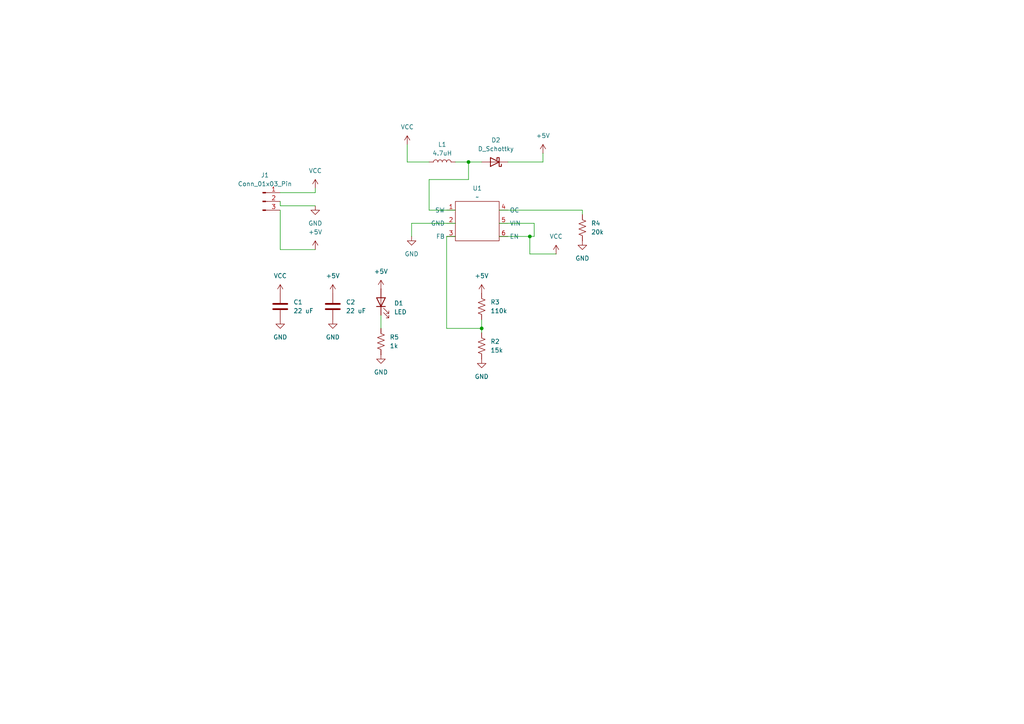
<source format=kicad_sch>
(kicad_sch (version 20250114) (generator "eeschema") (generator_version "9.0")
  (paper "A4")
  (lib_symbols
    (symbol "Connector:Conn_01x03_Pin" (pin_names (offset 1.016) (hide yes))
      (property "Reference" "J" (at 0 5.08 0))
      (property "Value" "Conn_01x03_Pin" (at 0 -5.08 0))
      (symbol "Conn_01x03_Pin_1_1"
        (rectangle (start 0.8636 2.667) (end 0 2.413) (stroke (width 0.1524)) (fill (type outline)))
        (rectangle (start 0.8636 0.127) (end 0 -0.127) (stroke (width 0.1524)) (fill (type outline)))
        (rectangle (start 0.8636 -2.413) (end 0 -2.667) (stroke (width 0.1524)) (fill (type outline)))
        (polyline (pts (xy 1.27 2.54) (xy 0.8636 2.54)) (stroke (width 0.1524)))
        (polyline (pts (xy 1.27 0) (xy 0.8636 0)) (stroke (width 0.1524)))
        (polyline (pts (xy 1.27 -2.54) (xy 0.8636 -2.54)) (stroke (width 0.1524)))
        (pin passive line (at 5.08 2.54 180) (length 3.81) (name "Pin_1") (number "1"))
        (pin passive line (at 5.08 0 180) (length 3.81) (name "Pin_2") (number "2"))
        (pin passive line (at 5.08 -2.54 180) (length 3.81) (name "Pin_3") (number "3"))
      )
    )
    (symbol "Device:C" (pin_numbers (hide yes)) (pin_names (offset 0.254))
      (property "Reference" "C" (at 0.635 2.54 0))
      (property "Value" "C" (at 0.635 -2.54 0))
      (symbol "C_0_1"
        (polyline (pts (xy -2.032 0.762) (xy 2.032 0.762)) (stroke (width 0.508)))
        (polyline (pts (xy -2.032 -0.762) (xy 2.032 -0.762)) (stroke (width 0.508)))
      )
      (symbol "C_1_1"
        (pin passive line (at 0 3.81 270) (length 2.794) (name "~") (number "1"))
        (pin passive line (at 0 -3.81 90) (length 2.794) (name "~") (number "2"))
      )
    )
    (symbol "Device:D_Schottky" (pin_numbers (hide yes)) (pin_names (offset 1.016) (hide yes))
      (property "Reference" "D" (at 0 2.54 0))
      (property "Value" "D_Schottky" (at 0 -2.54 0))
      (symbol "D_Schottky_0_1"
        (polyline (pts (xy -1.905 0.635) (xy -1.905 1.27) (xy -1.27 1.27) (xy -1.27 -1.27) (xy -0.635 -1.27) (xy -0.635 -0.635)) (stroke (width 0.254)))
        (polyline (pts (xy 1.27 1.27) (xy 1.27 -1.27) (xy -1.27 0) (xy 1.27 1.27)) (stroke (width 0.254)))
        (polyline (pts (xy 1.27 0) (xy -1.27 0)))
      )
      (symbol "D_Schottky_1_1"
        (pin passive line (at -3.81 0 0) (length 2.54) (name "K") (number "1"))
        (pin passive line (at 3.81 0 180) (length 2.54) (name "A") (number "2"))
      )
    )
    (symbol "Device:L" (pin_numbers (hide yes)) (pin_names (offset 1.016) (hide yes))
      (property "Reference" "L" (at -1.27 0 90))
      (property "Value" "L" (at 1.905 0 90))
      (symbol "L_0_1"
        (arc (start 0 2.54) (mid 0.6323 1.905) (end 0 1.27))
        (arc (start 0 1.27) (mid 0.6323 0.635) (end 0 0))
        (arc (start 0 0) (mid 0.6323 -0.635) (end 0 -1.27))
        (arc (start 0 -1.27) (mid 0.6323 -1.905) (end 0 -2.54))
      )
      (symbol "L_1_1"
        (pin passive line (at 0 3.81 270) (length 1.27) (name "1") (number "1"))
        (pin passive line (at 0 -3.81 90) (length 1.27) (name "2") (number "2"))
      )
    )
    (symbol "Device:LED" (pin_numbers (hide yes)) (pin_names (offset 1.016) (hide yes))
      (property "Reference" "D" (at 0 2.54 0))
      (property "Value" "LED" (at 0 -2.54 0))
      (symbol "LED_0_1"
        (polyline (pts (xy -3.048 -0.762) (xy -4.572 -2.286) (xy -3.81 -2.286) (xy -4.572 -2.286) (xy -4.572 -1.524)))
        (polyline (pts (xy -1.778 -0.762) (xy -3.302 -2.286) (xy -2.54 -2.286) (xy -3.302 -2.286) (xy -3.302 -1.524)))
        (polyline (pts (xy -1.27 0) (xy 1.27 0)))
        (polyline (pts (xy -1.27 -1.27) (xy -1.27 1.27)) (stroke (width 0.254)))
        (polyline (pts (xy 1.27 -1.27) (xy 1.27 1.27) (xy -1.27 0) (xy 1.27 -1.27)) (stroke (width 0.254)))
      )
      (symbol "LED_1_1"
        (pin passive line (at -3.81 0 0) (length 2.54) (name "K") (number "1"))
        (pin passive line (at 3.81 0 180) (length 2.54) (name "A") (number "2"))
      )
    )
    (symbol "Device:R_US" (pin_numbers (hide yes)) (pin_names (offset 0))
      (property "Reference" "R" (at 2.54 0 90))
      (property "Value" "R_US" (at -2.54 0 90))
      (symbol "R_US_0_1"
        (polyline (pts (xy 0 2.286) (xy 0 2.54)))
        (polyline (pts (xy 0 2.286) (xy 1.016 1.905) (xy 0 1.524) (xy -1.016 1.143) (xy 0 0.762)))
        (polyline (pts (xy 0 0.762) (xy 1.016 0.381) (xy 0 0) (xy -1.016 -0.381) (xy 0 -0.762)))
        (polyline (pts (xy 0 -0.762) (xy 1.016 -1.143) (xy 0 -1.524) (xy -1.016 -1.905) (xy 0 -2.286)))
        (polyline (pts (xy 0 -2.286) (xy 0 -2.54)))
      )
      (symbol "R_US_1_1"
        (pin passive line (at 0 3.81 270) (length 1.27) (name "~") (number "1"))
        (pin passive line (at 0 -3.81 90) (length 1.27) (name "~") (number "2"))
      )
    )
    (symbol "Device:Step_Up_Converter"
      (property "Reference" "U" (at 0 0 0))
      (symbol "Step_Up_Converter_0_1"
        (rectangle (start -12.7 19.05) (end 0 7.62))
      )
      (symbol "Step_Up_Converter_1_1"
        (pin output line (at -12.7 16.51 180) (length 2.54) (name "SW") (number "1"))
        (pin input line (at -12.7 12.7 180) (length 2.54) (name "GND") (number "2"))
        (pin input line (at -12.7 8.89 180) (length 2.54) (name "FB") (number "3"))
        (pin input line (at 0 16.51 0) (length 2.54) (name "OC") (number "4"))
        (pin input line (at 0 12.7 0) (length 2.54) (name "VIN") (number "5"))
        (pin input line (at 0 8.89 0) (length 2.54) (name "EN") (number "6"))
      )
    )
    (symbol "power:+5V" (power) (pin_numbers (hide yes)) (pin_names (offset 0) (hide yes))
      (property "Value" "+5V" (at 0 3.556 0))
      (symbol "+5V_0_1"
        (polyline (pts (xy -0.762 1.27) (xy 0 2.54)))
        (polyline (pts (xy 0 2.54) (xy 0.762 1.27)))
        (polyline (pts (xy 0 0) (xy 0 2.54)))
      )
      (symbol "+5V_1_1"
        (pin power_in line (at 0 0 90) (length 0) (name "~") (number "1"))
      )
    )
    (symbol "power:GND" (power) (pin_numbers (hide yes)) (pin_names (offset 0) (hide yes))
      (property "Value" "GND" (at 0 -3.81 0))
      (symbol "GND_0_1"
        (polyline (pts (xy 0 0) (xy 0 -1.27) (xy 1.27 -1.27) (xy 0 -2.54) (xy -1.27 -1.27) (xy 0 -1.27)))
      )
      (symbol "GND_1_1"
        (pin power_in line (at 0 0 270) (length 0) (name "~") (number "1"))
      )
    )
    (symbol "power:VCC" (power) (pin_numbers (hide yes)) (pin_names (offset 0) (hide yes))
      (property "Value" "VCC" (at 0 3.556 0))
      (symbol "VCC_0_1"
        (polyline (pts (xy -0.762 1.27) (xy 0 2.54)))
        (polyline (pts (xy 0 2.54) (xy 0.762 1.27)))
        (polyline (pts (xy 0 0) (xy 0 2.54)))
      )
      (symbol "VCC_1_1"
        (pin power_in line (at 0 0 90) (length 0) (name "~") (number "1"))
      )
    )
  )
  (junction (at 139.7 95.25))
  (junction (at 153.67 68.58))
  (junction (at 135.89 46.99))
  (wire (pts (xy 168.91 60.96) (xy 168.91 62.23)))
  (wire (pts (xy 139.7 95.25) (xy 139.7 96.52)))
  (wire (pts (xy 144.78 60.96) (xy 168.91 60.96)))
  (wire (pts (xy 91.44 59.69) (xy 81.28 59.69)))
  (wire (pts (xy 154.94 64.77) (xy 154.94 68.58)))
  (wire (pts (xy 91.44 54.61) (xy 91.44 55.88)))
  (wire (pts (xy 132.08 60.96) (xy 124.46 60.96)))
  (wire (pts (xy 132.08 46.99) (xy 135.89 46.99)))
  (wire (pts (xy 81.28 59.69) (xy 81.28 58.42)))
  (wire (pts (xy 91.44 55.88) (xy 81.28 55.88)))
  (wire (pts (xy 118.11 41.91) (xy 118.11 46.99)))
  (wire (pts (xy 139.7 92.71) (xy 139.7 95.25)))
  (wire (pts (xy 154.94 68.58) (xy 153.67 68.58)))
  (wire (pts (xy 81.28 72.39) (xy 91.44 72.39)))
  (wire (pts (xy 153.67 73.66) (xy 161.29 73.66)))
  (wire (pts (xy 81.28 60.96) (xy 81.28 72.39)))
  (wire (pts (xy 135.89 52.07) (xy 135.89 46.99)))
  (wire (pts (xy 110.49 91.44) (xy 110.49 95.25)))
  (wire (pts (xy 124.46 52.07) (xy 135.89 52.07)))
  (wire (pts (xy 118.11 46.99) (xy 124.46 46.99)))
  (wire (pts (xy 157.48 46.99) (xy 157.48 44.45)))
  (wire (pts (xy 144.78 64.77) (xy 154.94 64.77)))
  (wire (pts (xy 124.46 60.96) (xy 124.46 52.07)))
  (wire (pts (xy 119.38 64.77) (xy 132.08 64.77)))
  (wire (pts (xy 135.89 46.99) (xy 139.7 46.99)))
  (wire (pts (xy 129.54 95.25) (xy 139.7 95.25)))
  (wire (pts (xy 144.78 68.58) (xy 153.67 68.58)))
  (wire (pts (xy 129.54 68.58) (xy 132.08 68.58)))
  (wire (pts (xy 153.67 73.66) (xy 153.67 68.58)))
  (wire (pts (xy 129.54 68.58) (xy 129.54 95.25)))
  (wire (pts (xy 119.38 68.58) (xy 119.38 64.77)))
  (wire (pts (xy 147.32 46.99) (xy 157.48 46.99)))
  (symbol (lib_id "power:+5V") (at 139.7 85.09 0) (unit 1)
    (property "Reference" "#PWR03" (effects (hide yes)))
    (property "Value" "+5V" (at 139.7 80.01 0))
    (property "Description" "Power symbol creates a global label with name \"+5V\"" (effects (hide yes)))
  )
  (symbol (lib_id "power:+5V") (at 91.44 72.39 0) (unit 1)
    (property "Reference" "#PWR013" (effects (hide yes)))
    (property "Value" "+5V" (at 91.44 67.31 0))
    (property "Description" "Power symbol creates a global label with name \"+5V\"" (effects (hide yes)))
  )
  (symbol (lib_id "power:+5V") (at 96.52 85.09 0) (unit 1)
    (property "Reference" "#PWR09" (effects (hide yes)))
    (property "Value" "+5V" (at 96.52 80.01 0))
    (property "Description" "Power symbol creates a global label with name \"+5V\"" (effects (hide yes)))
  )
  (symbol (lib_id "power:GND") (at 139.7 104.14 0) (unit 1)
    (property "Reference" "#PWR01" (effects (hide yes)))
    (property "Value" "GND" (at 139.7 109.22 0))
    (property "Description" "Power symbol creates a global label with name \"GND\" , ground" (effects (hide yes)))
  )
  (symbol (lib_id "power:GND") (at 110.49 102.87 0) (unit 1)
    (property "Reference" "#PWR06" (effects (hide yes)))
    (property "Value" "GND" (at 110.49 107.95 0))
    (property "Description" "Power symbol creates a global label with name \"GND\" , ground" (effects (hide yes)))
  )
  (symbol (lib_id "power:GND") (at 119.38 68.58 0) (unit 1)
    (property "Reference" "#PWR02" (effects (hide yes)))
    (property "Value" "GND" (at 119.38 73.66 0))
    (property "Description" "Power symbol creates a global label with name \"GND\" , ground" (effects (hide yes)))
  )
  (symbol (lib_id "Device:R_US") (at 139.7 100.33 0) (unit 1)
    (property "Reference" "R2" (at 142.24 99.0599 0) (effects (justify left)))
    (property "Value" "15k" (at 142.24 101.5999 0) (effects (justify left)))
    (property "Footprint" "Resistor_THT:R_Axial_DIN0204_L3.6mm_D1.6mm_P1.90mm_Vertical" (effects (hide yes)))
    (property "Description" "Resistor, US symbol" (effects (hide yes)))
  )
  (symbol (lib_id "Device:R_US") (at 110.49 99.06 0) (unit 1)
    (property "Reference" "R5" (at 113.03 97.7899 0) (effects (justify left)))
    (property "Value" "1k" (at 113.03 100.3299 0) (effects (justify left)))
    (property "Footprint" "Resistor_THT:R_Axial_DIN0204_L3.6mm_D1.6mm_P1.90mm_Vertical" (effects (hide yes)))
    (property "Description" "Resistor, US symbol" (effects (hide yes)))
  )
  (symbol (lib_id "Device:Step_Up_Converter") (at 144.78 77.47 0) (unit 1)
    (property "Reference" "U1" (at 138.43 54.61 0))
    (property "Value" "~" (at 138.43 57.15 0))
    (property "Footprint" "Package_TO_SOT_SMD:SOT-23-6" (effects (hide yes)))
  )
  (symbol (lib_id "power:GND") (at 81.28 92.71 0) (unit 1)
    (property "Reference" "#PWR010" (effects (hide yes)))
    (property "Value" "GND" (at 81.28 97.79 0))
    (property "Description" "Power symbol creates a global label with name \"GND\" , ground" (effects (hide yes)))
  )
  (symbol (lib_id "power:VCC") (at 118.11 41.91 0) (unit 1)
    (property "Reference" "#PWR016" (effects (hide yes)))
    (property "Value" "VCC" (at 118.11 36.83 0))
    (property "Description" "Power symbol creates a global label with name \"VCC\"" (effects (hide yes)))
  )
  (symbol (lib_id "Connector:Conn_01x03_Pin") (at 76.2 58.42 0) (unit 1)
    (property "Reference" "J1" (at 76.835 50.8 0))
    (property "Value" "Conn_01x03_Pin" (at 76.835 53.34 0))
    (property "Footprint" "Connector_PinHeader_1.00mm:PinHeader_1x03_P1.00mm_Vertical" (effects (hide yes)))
    (property "Description" "Generic connector, single row, 01x03, script generated" (effects (hide yes)))
  )
  (symbol (lib_id "power:GND") (at 168.91 69.85 0) (unit 1)
    (property "Reference" "#PWR05" (effects (hide yes)))
    (property "Value" "GND" (at 168.91 74.93 0))
    (property "Description" "Power symbol creates a global label with name \"GND\" , ground" (effects (hide yes)))
  )
  (symbol (lib_id "Device:D_Schottky") (at 143.51 46.99 180) (unit 1)
    (property "Reference" "D2" (at 143.8275 40.64 0))
    (property "Value" "D_Schottky" (at 143.8275 43.18 0))
    (property "Footprint" "Diode_THT:D_5KPW_P7.62mm_Vertical_AnodeUp" (effects (hide yes)))
    (property "Description" "Schottky diode" (effects (hide yes)))
  )
  (symbol (lib_id "power:VCC") (at 161.29 73.66 0) (unit 1)
    (property "Reference" "#PWR017" (effects (hide yes)))
    (property "Value" "VCC" (at 161.29 68.58 0))
    (property "Description" "Power symbol creates a global label with name \"VCC\"" (effects (hide yes)))
  )
  (symbol (lib_id "power:+5V") (at 157.48 44.45 0) (unit 1)
    (property "Reference" "#PWR015" (effects (hide yes)))
    (property "Value" "+5V" (at 157.48 39.37 0))
    (property "Description" "Power symbol creates a global label with name \"+5V\"" (effects (hide yes)))
  )
  (symbol (lib_id "power:+5V") (at 110.49 83.82 0) (unit 1)
    (property "Reference" "#PWR07" (effects (hide yes)))
    (property "Value" "+5V" (at 110.49 78.74 0))
    (property "Description" "Power symbol creates a global label with name \"+5V\"" (effects (hide yes)))
  )
  (symbol (lib_id "power:VCC") (at 91.44 54.61 0) (unit 1)
    (property "Reference" "#PWR014" (effects (hide yes)))
    (property "Value" "VCC" (at 91.44 49.53 0))
    (property "Description" "Power symbol creates a global label with name \"VCC\"" (effects (hide yes)))
  )
  (symbol (lib_id "Device:R_US") (at 168.91 66.04 0) (unit 1)
    (property "Reference" "R4" (at 171.45 64.7699 0) (effects (justify left)))
    (property "Value" "20k" (at 171.45 67.3099 0) (effects (justify left)))
    (property "Footprint" "Resistor_THT:R_Axial_DIN0204_L3.6mm_D1.6mm_P1.90mm_Vertical" (effects (hide yes)))
    (property "Description" "Resistor, US symbol" (effects (hide yes)))
  )
  (symbol (lib_id "power:VCC") (at 81.28 85.09 0) (unit 1)
    (property "Reference" "#PWR018" (effects (hide yes)))
    (property "Value" "VCC" (at 81.28 80.01 0))
    (property "Description" "Power symbol creates a global label with name \"VCC\"" (effects (hide yes)))
  )
  (symbol (lib_id "Device:L") (at 128.27 46.99 90) (unit 1)
    (property "Reference" "L1" (at 128.27 41.91 90))
    (property "Value" "4.7uH" (at 128.27 44.45 90))
    (property "Footprint" "Inductor_THT:L_Axial_L5.0mm_D3.6mm_P10.00mm_Horizontal_Murata_BL01RN1A2A2" (effects (hide yes)))
    (property "Description" "Inductor" (effects (hide yes)))
  )
  (symbol (lib_id "Device:LED") (at 110.49 87.63 90) (unit 1)
    (property "Reference" "D1" (at 114.3 87.9474 90) (effects (justify right)))
    (property "Value" "LED" (at 114.3 90.4874 90) (effects (justify right)))
    (property "Footprint" "LED_THT:LED_BL-FL7680RGB" (effects (hide yes)))
    (property "Description" "Light emitting diode" (effects (hide yes)))
    (property "Sim.Pins" "1=K 2=A" (effects (hide yes)))
  )
  (symbol (lib_id "power:GND") (at 96.52 92.71 0) (unit 1)
    (property "Reference" "#PWR011" (effects (hide yes)))
    (property "Value" "GND" (at 96.52 97.79 0))
    (property "Description" "Power symbol creates a global label with name \"GND\" , ground" (effects (hide yes)))
  )
  (symbol (lib_id "Device:R_US") (at 139.7 88.9 0) (unit 1)
    (property "Reference" "R3" (at 142.24 87.6299 0) (effects (justify left)))
    (property "Value" "110k" (at 142.24 90.1699 0) (effects (justify left)))
    (property "Footprint" "Resistor_THT:R_Axial_DIN0204_L3.6mm_D1.6mm_P1.90mm_Vertical" (effects (hide yes)))
    (property "Description" "Resistor, US symbol" (effects (hide yes)))
  )
  (symbol (lib_id "Device:C") (at 96.52 88.9 0) (unit 1)
    (property "Reference" "C2" (at 100.33 87.6299 0) (effects (justify left)))
    (property "Value" "22 uF" (at 100.33 90.1699 0) (effects (justify left)))
    (property "Footprint" "Capacitor_THT:CP_Axial_L10.0mm_D4.5mm_P15.00mm_Horizontal" (effects (hide yes)))
    (property "Description" "Unpolarized capacitor" (effects (hide yes)))
  )
  (symbol (lib_id "power:GND") (at 91.44 59.69 0) (unit 1)
    (property "Reference" "#PWR012" (effects (hide yes)))
    (property "Value" "GND" (at 91.44 64.77 0))
    (property "Description" "Power symbol creates a global label with name \"GND\" , ground" (effects (hide yes)))
  )
  (symbol (lib_id "Device:C") (at 81.28 88.9 0) (unit 1)
    (property "Reference" "C1" (at 85.09 87.6299 0) (effects (justify left)))
    (property "Value" "22 uF" (at 85.09 90.1699 0) (effects (justify left)))
    (property "Footprint" "Capacitor_THT:CP_Axial_L10.0mm_D4.5mm_P15.00mm_Horizontal" (effects (hide yes)))
    (property "Description" "Unpolarized capacitor" (effects (hide yes)))
  )
)
</source>
